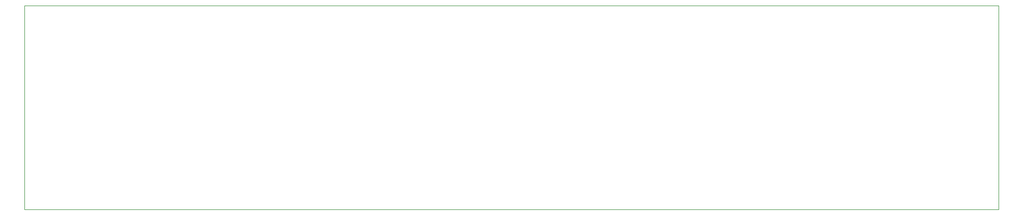
<source format=gbr>
%TF.GenerationSoftware,KiCad,Pcbnew,8.0.4+dfsg-1*%
%TF.CreationDate,2025-03-31T21:25:21+02:00*%
%TF.ProjectId,nixie-bottom,6e697869-652d-4626-9f74-746f6d2e6b69,rev?*%
%TF.SameCoordinates,Original*%
%TF.FileFunction,Profile,NP*%
%FSLAX46Y46*%
G04 Gerber Fmt 4.6, Leading zero omitted, Abs format (unit mm)*
G04 Created by KiCad (PCBNEW 8.0.4+dfsg-1) date 2025-03-31 21:25:21*
%MOMM*%
%LPD*%
G01*
G04 APERTURE LIST*
%TA.AperFunction,Profile*%
%ADD10C,0.100000*%
%TD*%
G04 APERTURE END LIST*
D10*
X68364000Y-107446000D02*
X230364000Y-107446000D01*
X68364000Y-73446000D02*
X68364000Y-107446000D01*
X230364000Y-73446000D02*
X230364000Y-107446000D01*
X68364000Y-73446000D02*
X230364000Y-73446000D01*
M02*

</source>
